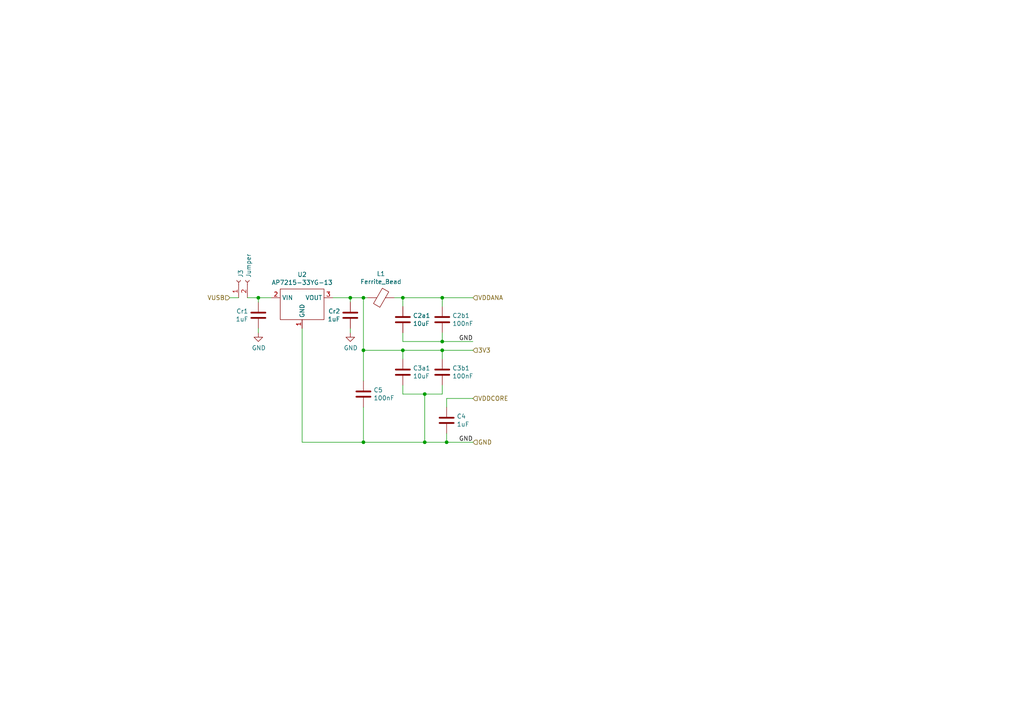
<source format=kicad_sch>
(kicad_sch (version 20200512) (host eeschema "5.99.0-unknown-57e35c9~88~ubuntu19.10.1")
  (page 3 6)
  (paper "A4")
  (lib_symbols
    (symbol "Connector:Conn_01x02_Female" (pin_names hide)
      (property "Reference" "J" (at 0 2.54 0))
      (property "Value" "Conn_01x02_Female" (at 0 -5.08 0))
      (symbol "Conn_01x02_Female_1_1"
        (arc (start 0 -2.032) (end 0 -3.048) (radius (at 0 -2.54) (length 0.508) (angles 90.1 -90.1)) (stroke (width 0.1524)))
        (arc (start 0 0.508) (end 0 -0.508) (radius (at 0 0) (length 0.508) (angles 90.1 -90.1)) (stroke (width 0.1524)))
        (polyline (pts (xy -1.27 -2.54) (xy -0.508 -2.54)) (stroke (width 0.1524)))
        (polyline (pts (xy -1.27 0) (xy -0.508 0)) (stroke (width 0.1524)))
        (pin passive line (at -5.08 0 0) (length 3.81) (name "Pin_1") (number "1"))
        (pin passive line (at -5.08 -2.54 0) (length 3.81) (name "Pin_2") (number "2"))
      )
    )
    (symbol "Device:C" (pin_numbers hide) (pin_names (offset 0.254))
      (property "Reference" "C" (at 0.635 2.54 0))
      (property "Value" "C" (at 0.635 -2.54 0))
      (symbol "C_0_1"
        (polyline (pts (xy -2.032 -0.762) (xy 2.032 -0.762)) (stroke (width 0.508)))
        (polyline (pts (xy -2.032 0.762) (xy 2.032 0.762)) (stroke (width 0.508)))
      )
      (symbol "C_1_1"
        (pin passive line (at 0 3.81 270) (length 2.794) (name "~") (number "1"))
        (pin passive line (at 0 -3.81 90) (length 2.794) (name "~") (number "2"))
      )
    )
    (symbol "Device:Ferrite_Bead" (pin_numbers hide) (pin_names (offset 0))
      (property "Reference" "FB" (at -3.81 0.635 90))
      (property "Value" "Ferrite_Bead" (at 3.81 0 90))
      (symbol "Ferrite_Bead_0_1"
        (polyline (pts (xy 0 -1.27) (xy 0 -1.2192)))
        (polyline (pts (xy 0 1.27) (xy 0 1.2954)))
        (polyline (pts (xy -2.7686 0.4064) (xy -1.7018 2.2606) (xy 2.7686 -0.3048) (xy 1.6764 -2.159) (xy -2.7686 0.4064)))
      )
      (symbol "Ferrite_Bead_1_1"
        (pin passive line (at 0 3.81 270) (length 2.54) (name "~") (number "1"))
        (pin passive line (at 0 -3.81 90) (length 2.54) (name "~") (number "2"))
      )
    )
    (symbol "power:GND" (power) (pin_names (offset 0))
      (property "Value" "GND" (at 0 -3.81 0))
      (symbol "GND_0_1"
        (polyline (pts (xy 0 0) (xy 0 -1.27) (xy 1.27 -1.27) (xy 0 -2.54) (xy -1.27 -1.27) (xy 0 -1.27)))
      )
      (symbol "GND_1_1"
        (pin power_in line (at 0 0 270) (length 0) hide (name "GND") (number "1"))
      )
    )
    (symbol "power_regul:AP7215-33YG-13"
      (property "Reference" "U" (at 0 7.62 0))
      (property "Value" "AP7215-33YG-13" (at 8.89 -3.81 0))
      (symbol "AP7215-33YG-13_0_1"
        (rectangle (start -6.35 6.35) (end 6.35 -2.54))
      )
      (symbol "AP7215-33YG-13_1_1"
        (pin input line (at 0 -5.08 90) (length 2.54) (name "GND") (number "1"))
        (pin input line (at -8.89 3.81 0) (length 2.54) (name "VIN") (number "2"))
        (pin output line (at 8.89 3.81 180) (length 2.54) (name "VOUT") (number "3"))
      )
    )
  )
  (junction (at 74.93 86.36))
  (junction (at 101.6 86.36))
  (junction (at 105.41 86.36))
  (junction (at 105.41 101.6))
  (junction (at 105.41 128.27))
  (junction (at 116.84 86.36))
  (junction (at 116.84 101.6))
  (junction (at 123.19 114.3))
  (junction (at 123.19 128.27))
  (junction (at 128.27 86.36))
  (junction (at 128.27 99.06))
  (junction (at 128.27 101.6))
  (junction (at 129.54 128.27))
  (wire (pts (xy 66.675 86.36) (xy 69.215 86.36)))
  (wire (pts (xy 71.755 86.36) (xy 74.93 86.36)))
  (wire (pts (xy 74.93 86.36) (xy 78.74 86.36)))
  (wire (pts (xy 74.93 87.63) (xy 74.93 86.36)))
  (wire (pts (xy 74.93 95.25) (xy 74.93 96.52)))
  (wire (pts (xy 87.63 128.27) (xy 87.63 95.25)))
  (wire (pts (xy 87.63 128.27) (xy 105.41 128.27)))
  (wire (pts (xy 96.52 86.36) (xy 101.6 86.36)))
  (wire (pts (xy 101.6 86.36) (xy 105.41 86.36)))
  (wire (pts (xy 101.6 87.63) (xy 101.6 86.36)))
  (wire (pts (xy 101.6 95.25) (xy 101.6 96.52)))
  (wire (pts (xy 105.41 101.6) (xy 105.41 86.36)))
  (wire (pts (xy 105.41 101.6) (xy 105.41 110.49)))
  (wire (pts (xy 105.41 118.11) (xy 105.41 128.27)))
  (wire (pts (xy 105.41 128.27) (xy 123.19 128.27)))
  (wire (pts (xy 106.68 86.36) (xy 105.41 86.36)))
  (wire (pts (xy 114.3 86.36) (xy 116.84 86.36)))
  (wire (pts (xy 116.84 86.36) (xy 128.27 86.36)))
  (wire (pts (xy 116.84 88.9) (xy 116.84 86.36)))
  (wire (pts (xy 116.84 96.52) (xy 116.84 99.06)))
  (wire (pts (xy 116.84 99.06) (xy 128.27 99.06)))
  (wire (pts (xy 116.84 101.6) (xy 105.41 101.6)))
  (wire (pts (xy 116.84 101.6) (xy 128.27 101.6)))
  (wire (pts (xy 116.84 104.14) (xy 116.84 101.6)))
  (wire (pts (xy 116.84 111.76) (xy 116.84 114.3)))
  (wire (pts (xy 123.19 114.3) (xy 116.84 114.3)))
  (wire (pts (xy 123.19 114.3) (xy 123.19 128.27)))
  (wire (pts (xy 123.19 114.3) (xy 128.27 114.3)))
  (wire (pts (xy 123.19 128.27) (xy 129.54 128.27)))
  (wire (pts (xy 128.27 86.36) (xy 128.27 88.9)))
  (wire (pts (xy 128.27 86.36) (xy 137.16 86.36)))
  (wire (pts (xy 128.27 96.52) (xy 128.27 99.06)))
  (wire (pts (xy 128.27 99.06) (xy 137.16 99.06)))
  (wire (pts (xy 128.27 101.6) (xy 128.27 104.14)))
  (wire (pts (xy 128.27 111.76) (xy 128.27 114.3)))
  (wire (pts (xy 129.54 115.57) (xy 137.16 115.57)))
  (wire (pts (xy 129.54 118.11) (xy 129.54 115.57)))
  (wire (pts (xy 129.54 125.73) (xy 129.54 128.27)))
  (wire (pts (xy 129.54 128.27) (xy 137.16 128.27)))
  (wire (pts (xy 137.16 101.6) (xy 128.27 101.6)))
  (label "GND" (at 137.16 99.06 180))
  (label "GND" (at 137.16 128.27 180))
  (hierarchical_label "VUSB" (shape input) (at 66.675 86.36 180))
  (hierarchical_label "VDDANA" (shape input) (at 137.16 86.36 0))
  (hierarchical_label "3V3" (shape input) (at 137.16 101.6 0))
  (hierarchical_label "VDDCORE" (shape input) (at 137.16 115.57 0))
  (hierarchical_label "GND" (shape input) (at 137.16 128.27 0))
  (symbol (lib_id "power:GND") (at 74.93 96.52 0) (unit 1)
    (property "Reference" "#PWR0107" (effects hide))
    (property "Value" "GND" (at 75.057 100.9142 0))
  )
  (symbol (lib_id "power:GND") (at 101.6 96.52 0) (unit 1)
    (property "Reference" "#PWR0108" (effects hide))
    (property "Value" "GND" (at 101.727 100.9142 0))
  )
  (symbol (lib_id "Connector:Conn_01x02_Female") (at 69.215 81.28 90) (unit 1)
    (property "Reference" "J3" (at 69.7928 80.5687 0) (effects (justify left)))
    (property "Value" "Jumper" (at 72.091 80.569 0) (effects (justify left)))
    (property "Footprint" "Connector_PinHeader_2.54mm:PinHeader_1x02_P2.54mm_Vertical" (effects hide))
  )
  (symbol (lib_id "Device:C") (at 74.93 91.44 0) (mirror y) (unit 1)
    (property "Reference" "Cr1" (at 72.009 90.2716 0) (effects (justify left)))
    (property "Value" "1uF" (at 72.009 92.583 0) (effects (justify left)))
    (property "Footprint" "Capacitor_SMD:C_0603_1608Metric_Pad1.05x0.95mm_HandSolder" (effects hide))
  )
  (symbol (lib_id "Device:C") (at 101.6 91.44 0) (mirror y) (unit 1)
    (property "Reference" "Cr2" (at 98.679 90.2716 0) (effects (justify left)))
    (property "Value" "1uF" (at 98.679 92.583 0) (effects (justify left)))
    (property "Footprint" "Capacitor_SMD:C_0603_1608Metric_Pad1.05x0.95mm_HandSolder" (effects hide))
  )
  (symbol (lib_id "Device:C") (at 105.41 114.3 0) (unit 1)
    (property "Reference" "C5" (at 108.331 113.1316 0) (effects (justify left)))
    (property "Value" "100nF" (at 108.331 115.443 0) (effects (justify left)))
    (property "Footprint" "Capacitor_SMD:C_0603_1608Metric_Pad1.05x0.95mm_HandSolder" (effects hide))
  )
  (symbol (lib_id "Device:C") (at 116.84 92.71 0) (unit 1)
    (property "Reference" "C2a1" (at 119.761 91.5416 0) (effects (justify left)))
    (property "Value" "10uF" (at 119.761 93.853 0) (effects (justify left)))
    (property "Footprint" "Capacitor_SMD:C_0603_1608Metric_Pad1.05x0.95mm_HandSolder" (effects hide))
  )
  (symbol (lib_id "Device:C") (at 116.84 107.95 0) (unit 1)
    (property "Reference" "C3a1" (at 119.761 106.7816 0) (effects (justify left)))
    (property "Value" "10uF" (at 119.761 109.093 0) (effects (justify left)))
    (property "Footprint" "Capacitor_SMD:C_0603_1608Metric_Pad1.05x0.95mm_HandSolder" (effects hide))
  )
  (symbol (lib_id "Device:C") (at 128.27 92.71 0) (unit 1)
    (property "Reference" "C2b1" (at 131.191 91.5416 0) (effects (justify left)))
    (property "Value" "100nF" (at 131.191 93.853 0) (effects (justify left)))
    (property "Footprint" "Capacitor_SMD:C_0603_1608Metric_Pad1.05x0.95mm_HandSolder" (effects hide))
  )
  (symbol (lib_id "Device:C") (at 128.27 107.95 0) (unit 1)
    (property "Reference" "C3b1" (at 131.191 106.7816 0) (effects (justify left)))
    (property "Value" "100nF" (at 131.191 109.093 0) (effects (justify left)))
    (property "Footprint" "Capacitor_SMD:C_0603_1608Metric_Pad1.05x0.95mm_HandSolder" (effects hide))
  )
  (symbol (lib_id "Device:C") (at 129.54 121.92 0) (unit 1)
    (property "Reference" "C4" (at 132.461 120.7516 0) (effects (justify left)))
    (property "Value" "1uF" (at 132.461 123.063 0) (effects (justify left)))
    (property "Footprint" "Capacitor_SMD:C_0603_1608Metric_Pad1.05x0.95mm_HandSolder" (effects hide))
  )
  (symbol (lib_id "Device:Ferrite_Bead") (at 110.49 86.36 270) (unit 1)
    (property "Reference" "L1" (at 110.49 79.4004 90))
    (property "Value" "Ferrite_Bead" (at 110.49 81.7118 90))
    (property "Footprint" "Inductor_SMD:L_0805_2012Metric_Pad1.15x1.40mm_HandSolder" (effects hide))
  )
  (symbol (lib_id "power_regul:AP7215-33YG-13") (at 87.63 90.17 0) (unit 1)
    (property "Reference" "U2" (at 87.63 79.629 0))
    (property "Value" "AP7215-33YG-13" (at 87.63 81.9404 0))
    (property "Footprint" "Package_TO_SOT_SMD:SOT-89-3" (effects hide))
  )
)
</source>
